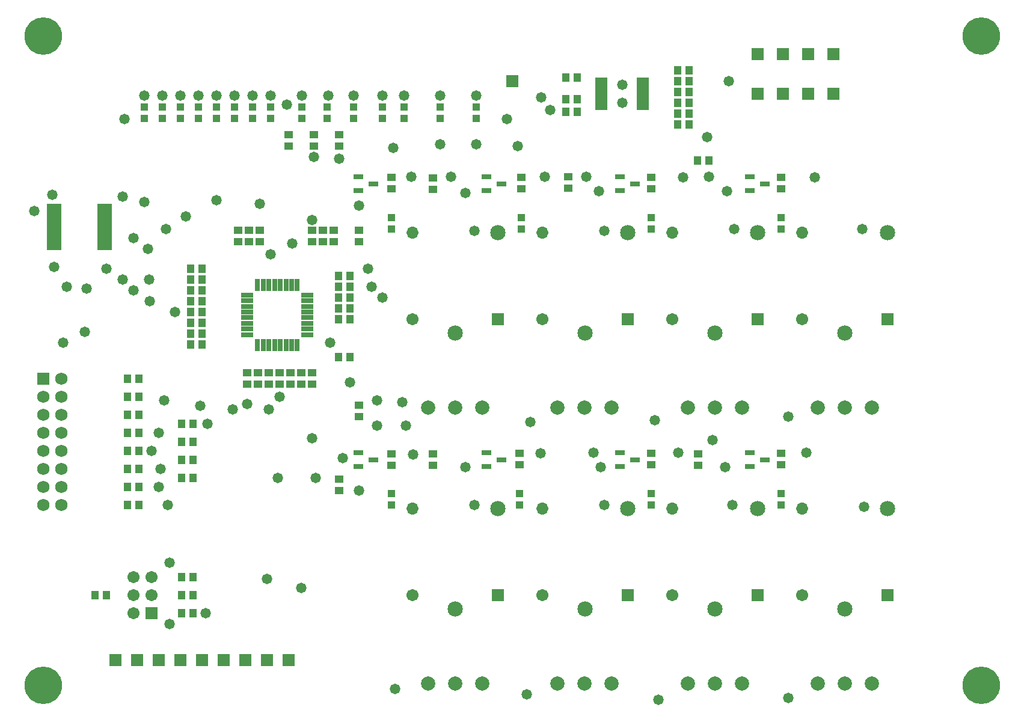
<source format=gts>
G04*
G04 #@! TF.GenerationSoftware,Altium Limited,Altium Designer,22.3.1 (43)*
G04*
G04 Layer_Color=8388736*
%FSLAX25Y25*%
%MOIN*%
G70*
G04*
G04 #@! TF.SameCoordinates,DE08D283-0CB9-458E-8042-9F6044BD937B*
G04*
G04*
G04 #@! TF.FilePolarity,Negative*
G04*
G01*
G75*
%ADD24R,0.04540X0.03950*%
%ADD25R,0.03950X0.04540*%
%ADD26R,0.06607X0.02572*%
%ADD27R,0.07887X0.02572*%
%ADD28R,0.05721X0.03162*%
%ADD29R,0.03162X0.06607*%
%ADD30R,0.06607X0.03162*%
%ADD31R,0.03950X0.03950*%
%ADD32C,0.08477*%
%ADD33C,0.06706*%
%ADD34R,0.06706X0.06706*%
%ADD35O,0.06706X0.06706*%
%ADD36C,0.07887*%
%ADD37C,0.06800*%
%ADD38R,0.06800X0.06800*%
%ADD39C,0.20800*%
%ADD40R,0.06706X0.06706*%
%ADD41C,0.05800*%
D24*
X383000Y148150D02*
D03*
Y141850D02*
D03*
X236000Y148150D02*
D03*
Y141850D02*
D03*
X184000Y134150D02*
D03*
Y127850D02*
D03*
X195000Y168850D02*
D03*
Y175150D02*
D03*
X311000Y302000D02*
D03*
Y295701D02*
D03*
X236000Y301150D02*
D03*
Y294850D02*
D03*
X195000Y265850D02*
D03*
Y272150D02*
D03*
X429000Y295350D02*
D03*
Y301650D02*
D03*
X285000Y295350D02*
D03*
Y301650D02*
D03*
X357000Y295350D02*
D03*
Y301650D02*
D03*
X429000Y142350D02*
D03*
Y148650D02*
D03*
X284000Y142350D02*
D03*
Y148650D02*
D03*
X213000Y141850D02*
D03*
Y148150D02*
D03*
X357000Y142350D02*
D03*
Y148650D02*
D03*
X213000Y295350D02*
D03*
Y301650D02*
D03*
X156000Y318850D02*
D03*
Y325150D02*
D03*
X170000Y318850D02*
D03*
Y325150D02*
D03*
X184000Y318850D02*
D03*
Y325150D02*
D03*
X169000Y265850D02*
D03*
Y272150D02*
D03*
X140000D02*
D03*
Y265850D02*
D03*
X175000D02*
D03*
Y272150D02*
D03*
X134000D02*
D03*
Y265850D02*
D03*
X181000D02*
D03*
Y272150D02*
D03*
X128000D02*
D03*
Y265850D02*
D03*
X169000Y193150D02*
D03*
Y186850D02*
D03*
X163000Y193150D02*
D03*
Y186850D02*
D03*
X157000Y193150D02*
D03*
Y186850D02*
D03*
X151000Y193150D02*
D03*
Y186850D02*
D03*
X133000D02*
D03*
Y193150D02*
D03*
X145000Y193299D02*
D03*
Y187000D02*
D03*
X139000Y193150D02*
D03*
Y186850D02*
D03*
D25*
X389150Y311000D02*
D03*
X382850D02*
D03*
X371850Y361000D02*
D03*
X378150D02*
D03*
X309850Y357000D02*
D03*
X316150D02*
D03*
Y338000D02*
D03*
X309850D02*
D03*
Y345000D02*
D03*
X316150D02*
D03*
X371850Y331000D02*
D03*
X378150D02*
D03*
Y337000D02*
D03*
X371850D02*
D03*
Y343000D02*
D03*
X378150D02*
D03*
Y349000D02*
D03*
X371850D02*
D03*
Y355000D02*
D03*
X378150D02*
D03*
X103150Y60000D02*
D03*
X96850D02*
D03*
X73150Y190000D02*
D03*
X66850D02*
D03*
X55150Y70000D02*
D03*
X48850D02*
D03*
X103150D02*
D03*
X96850D02*
D03*
X73150Y180000D02*
D03*
X66850D02*
D03*
X103150Y80000D02*
D03*
X96850D02*
D03*
Y165000D02*
D03*
X103150D02*
D03*
X73150Y170000D02*
D03*
X66850D02*
D03*
X96850Y155000D02*
D03*
X103150D02*
D03*
X73150Y160000D02*
D03*
X66850D02*
D03*
X96850Y145000D02*
D03*
X103150D02*
D03*
X73150Y150000D02*
D03*
X66850D02*
D03*
X96850Y135000D02*
D03*
X103150D02*
D03*
X73150Y140000D02*
D03*
X66850D02*
D03*
X73150Y130000D02*
D03*
X66850D02*
D03*
X73150Y120000D02*
D03*
X66850D02*
D03*
X183850Y247000D02*
D03*
X190150D02*
D03*
X101850Y251000D02*
D03*
X108150D02*
D03*
X183850Y241000D02*
D03*
X190150D02*
D03*
X101850Y245000D02*
D03*
X108150D02*
D03*
X183850Y235000D02*
D03*
X190150D02*
D03*
X101850Y239000D02*
D03*
X108150D02*
D03*
X183850Y229000D02*
D03*
X190150D02*
D03*
X101850Y233000D02*
D03*
X108150D02*
D03*
X183850Y223000D02*
D03*
X190150D02*
D03*
X101850Y227000D02*
D03*
X108150D02*
D03*
X183850Y202000D02*
D03*
X190150D02*
D03*
X101850Y221000D02*
D03*
X108150D02*
D03*
X101850Y215000D02*
D03*
X108150D02*
D03*
X101850Y209000D02*
D03*
X108150D02*
D03*
D26*
X329433Y355677D02*
D03*
Y353118D02*
D03*
Y350559D02*
D03*
Y348000D02*
D03*
Y345441D02*
D03*
Y342882D02*
D03*
Y340323D02*
D03*
X352567D02*
D03*
Y342882D02*
D03*
Y345441D02*
D03*
Y348000D02*
D03*
Y350559D02*
D03*
Y353118D02*
D03*
Y355677D02*
D03*
D27*
X26024Y285516D02*
D03*
Y282957D02*
D03*
Y280398D02*
D03*
Y277839D02*
D03*
Y275279D02*
D03*
Y272721D02*
D03*
Y270161D02*
D03*
Y267602D02*
D03*
Y265043D02*
D03*
Y262484D02*
D03*
X53976D02*
D03*
Y265043D02*
D03*
Y267602D02*
D03*
Y270161D02*
D03*
Y272721D02*
D03*
Y275279D02*
D03*
Y277839D02*
D03*
Y280398D02*
D03*
Y282957D02*
D03*
Y285516D02*
D03*
D28*
X265866Y301760D02*
D03*
X194866D02*
D03*
Y294240D02*
D03*
X203134Y298000D02*
D03*
X265866Y294240D02*
D03*
X274134Y298000D02*
D03*
X411866Y301760D02*
D03*
Y294240D02*
D03*
X420134Y298000D02*
D03*
X339866Y301760D02*
D03*
Y294240D02*
D03*
X348134Y298000D02*
D03*
X194866Y148760D02*
D03*
Y141240D02*
D03*
X203134Y145000D02*
D03*
X265866Y148760D02*
D03*
Y141240D02*
D03*
X274134Y145000D02*
D03*
X411866Y148760D02*
D03*
Y141240D02*
D03*
X420134Y145000D02*
D03*
X339866Y148760D02*
D03*
Y141240D02*
D03*
X348134Y145000D02*
D03*
D29*
X138850Y242000D02*
D03*
X142000D02*
D03*
X145150D02*
D03*
X148299D02*
D03*
X151449D02*
D03*
X154598D02*
D03*
X157748D02*
D03*
X160898D02*
D03*
Y208630D02*
D03*
X157748D02*
D03*
X154598D02*
D03*
X151449D02*
D03*
X148299D02*
D03*
X145150D02*
D03*
X142000D02*
D03*
X138850D02*
D03*
D30*
X166559Y236339D02*
D03*
Y233189D02*
D03*
Y230039D02*
D03*
Y226890D02*
D03*
Y223740D02*
D03*
Y220590D02*
D03*
Y217441D02*
D03*
Y214291D02*
D03*
X133189D02*
D03*
Y217441D02*
D03*
Y220590D02*
D03*
Y223740D02*
D03*
Y226890D02*
D03*
Y230039D02*
D03*
Y233189D02*
D03*
Y236339D02*
D03*
D31*
X284000Y119850D02*
D03*
Y126150D02*
D03*
X285000Y279150D02*
D03*
Y272850D02*
D03*
X429000Y279150D02*
D03*
Y272850D02*
D03*
X357000Y279150D02*
D03*
Y272850D02*
D03*
X240000Y334350D02*
D03*
Y340650D02*
D03*
X260000Y334350D02*
D03*
Y340650D02*
D03*
X192000Y334350D02*
D03*
Y340650D02*
D03*
X177500Y334350D02*
D03*
Y340650D02*
D03*
X163500Y334350D02*
D03*
Y340650D02*
D03*
X76000Y334350D02*
D03*
Y340650D02*
D03*
X86000Y334350D02*
D03*
Y340650D02*
D03*
X96000Y334350D02*
D03*
Y340650D02*
D03*
X106000Y334350D02*
D03*
Y340650D02*
D03*
X116000Y334350D02*
D03*
Y340650D02*
D03*
X126000Y334350D02*
D03*
Y340650D02*
D03*
X136000Y334350D02*
D03*
Y340650D02*
D03*
X146000Y334350D02*
D03*
Y340650D02*
D03*
X208000Y334350D02*
D03*
Y340650D02*
D03*
X220000Y334350D02*
D03*
Y340650D02*
D03*
X213000Y272850D02*
D03*
Y279150D02*
D03*
X429000Y119850D02*
D03*
Y126150D02*
D03*
X213000Y119850D02*
D03*
Y126150D02*
D03*
X357000Y119850D02*
D03*
Y126150D02*
D03*
D32*
X248378Y215126D02*
D03*
X272000Y271031D02*
D03*
X344000D02*
D03*
X320378Y215126D02*
D03*
X392378D02*
D03*
X416000Y271031D02*
D03*
X488000D02*
D03*
X464378Y215126D02*
D03*
X248378Y62126D02*
D03*
X272000Y118032D02*
D03*
X344000D02*
D03*
X320378Y62126D02*
D03*
X392378D02*
D03*
X416000Y118032D02*
D03*
X488000D02*
D03*
X464378Y62126D02*
D03*
D33*
X224756Y223000D02*
D03*
X296756D02*
D03*
X368756D02*
D03*
X440756D02*
D03*
X224756Y70000D02*
D03*
X296756D02*
D03*
X368756D02*
D03*
X440756D02*
D03*
X70000Y80000D02*
D03*
X80000D02*
D03*
X70000Y70000D02*
D03*
X80000D02*
D03*
X70000Y60000D02*
D03*
D34*
X272000Y223000D02*
D03*
X344000D02*
D03*
X416000D02*
D03*
X488000D02*
D03*
X272000Y70000D02*
D03*
X344000D02*
D03*
X416000D02*
D03*
X488000D02*
D03*
X80000Y60000D02*
D03*
D35*
X224756Y271031D02*
D03*
X296756D02*
D03*
X368756D02*
D03*
X440756D02*
D03*
X224756Y118032D02*
D03*
X296756D02*
D03*
X368756D02*
D03*
X440756D02*
D03*
D36*
X263500Y21000D02*
D03*
X248500D02*
D03*
X233500D02*
D03*
X263500Y174000D02*
D03*
X248500D02*
D03*
X233500D02*
D03*
X335000Y21000D02*
D03*
X320000D02*
D03*
X305000D02*
D03*
X335000Y174000D02*
D03*
X320000D02*
D03*
X305000D02*
D03*
X407500Y21000D02*
D03*
X392500D02*
D03*
X377500D02*
D03*
X407500Y174000D02*
D03*
X392500D02*
D03*
X377500D02*
D03*
X479500Y21000D02*
D03*
X464500D02*
D03*
X449500D02*
D03*
X479500Y174000D02*
D03*
X464500D02*
D03*
X449500D02*
D03*
D37*
X30000Y120000D02*
D03*
Y130000D02*
D03*
Y140000D02*
D03*
Y150000D02*
D03*
Y160000D02*
D03*
Y170000D02*
D03*
Y180000D02*
D03*
X20000Y120000D02*
D03*
Y130000D02*
D03*
Y140000D02*
D03*
Y150000D02*
D03*
Y160000D02*
D03*
Y170000D02*
D03*
X30000Y190000D02*
D03*
X20000Y180000D02*
D03*
D38*
Y190000D02*
D03*
D39*
X540000Y20000D02*
D03*
Y380000D02*
D03*
X20000D02*
D03*
Y20000D02*
D03*
D40*
X430000Y370000D02*
D03*
X416000D02*
D03*
X458000D02*
D03*
X444000D02*
D03*
X430000Y348000D02*
D03*
X416000D02*
D03*
X458000D02*
D03*
X444000D02*
D03*
X72000Y34000D02*
D03*
X60000D02*
D03*
X280000Y355000D02*
D03*
X84000Y34000D02*
D03*
X96000D02*
D03*
X120000D02*
D03*
X108000D02*
D03*
X144000D02*
D03*
X132000D02*
D03*
X156000D02*
D03*
D41*
X205000Y178000D02*
D03*
X433000Y13000D02*
D03*
X361000Y12000D02*
D03*
X288000Y15000D02*
D03*
X215000Y18000D02*
D03*
X433000Y169000D02*
D03*
X359000Y167000D02*
D03*
X290000Y166000D02*
D03*
X219000Y177000D02*
D03*
X25000Y292000D02*
D03*
X90000Y54000D02*
D03*
Y88000D02*
D03*
X107000Y175000D02*
D03*
X87000Y178000D02*
D03*
X43000Y216000D02*
D03*
X44000Y240000D02*
D03*
X31000Y210000D02*
D03*
X33000Y241000D02*
D03*
X15000Y283000D02*
D03*
X140000Y287000D02*
D03*
X296000Y346000D02*
D03*
X301000Y339000D02*
D03*
X214000Y318000D02*
D03*
X283000Y319000D02*
D03*
X145000Y173000D02*
D03*
X170000Y313000D02*
D03*
X190000Y188000D02*
D03*
X150000Y135000D02*
D03*
X171000D02*
D03*
X205000Y164000D02*
D03*
X221000D02*
D03*
X325000Y149000D02*
D03*
X186000Y146000D02*
D03*
X391000Y156000D02*
D03*
X169000Y157000D02*
D03*
X151000Y180000D02*
D03*
X184000Y312000D02*
D03*
X111000Y165000D02*
D03*
X116000Y289000D02*
D03*
X125000Y173000D02*
D03*
X110000Y60000D02*
D03*
X169000Y278000D02*
D03*
X224000Y302000D02*
D03*
X200000Y251000D02*
D03*
X246000Y301760D02*
D03*
X202000Y241000D02*
D03*
X321000Y302000D02*
D03*
X208000Y235000D02*
D03*
X389000Y302000D02*
D03*
X55000Y251000D02*
D03*
X84000Y160000D02*
D03*
X64000Y245000D02*
D03*
X80000Y150000D02*
D03*
X85000Y140000D02*
D03*
X84000Y130000D02*
D03*
X89000Y120000D02*
D03*
X163000Y74000D02*
D03*
X133000Y176000D02*
D03*
X144000Y79000D02*
D03*
X76000Y288000D02*
D03*
X93000Y227000D02*
D03*
X99000Y280000D02*
D03*
X88000Y273000D02*
D03*
X79000Y233000D02*
D03*
X70000Y268000D02*
D03*
Y239000D02*
D03*
X78586Y245000D02*
D03*
X78000Y262000D02*
D03*
X26000Y252000D02*
D03*
X64000Y291000D02*
D03*
X443000Y149000D02*
D03*
X372000D02*
D03*
X295650Y148650D02*
D03*
X225000Y148000D02*
D03*
X388000Y324000D02*
D03*
X400000Y355000D02*
D03*
X341000Y353000D02*
D03*
Y343000D02*
D03*
X447650Y301650D02*
D03*
X374650D02*
D03*
X298000Y302000D02*
D03*
X277000Y334000D02*
D03*
X65000D02*
D03*
X155000Y342000D02*
D03*
X240000Y320000D02*
D03*
X260000D02*
D03*
Y347000D02*
D03*
X240000D02*
D03*
X220000D02*
D03*
X208000D02*
D03*
X192000D02*
D03*
X178000D02*
D03*
X163500D02*
D03*
X399000Y294000D02*
D03*
X398000Y141000D02*
D03*
X329000D02*
D03*
X254000D02*
D03*
X195000Y128000D02*
D03*
Y286000D02*
D03*
X328000Y294000D02*
D03*
X254000Y293000D02*
D03*
X158000Y265000D02*
D03*
X146000Y259000D02*
D03*
X179000Y210000D02*
D03*
X146000Y347000D02*
D03*
X136000D02*
D03*
X126000D02*
D03*
X116000D02*
D03*
X106000D02*
D03*
X96000D02*
D03*
X86000D02*
D03*
X76000D02*
D03*
X474000Y273000D02*
D03*
X403000D02*
D03*
X331000Y272000D02*
D03*
X259000D02*
D03*
Y120000D02*
D03*
X331000D02*
D03*
X402000D02*
D03*
X475000Y119000D02*
D03*
M02*

</source>
